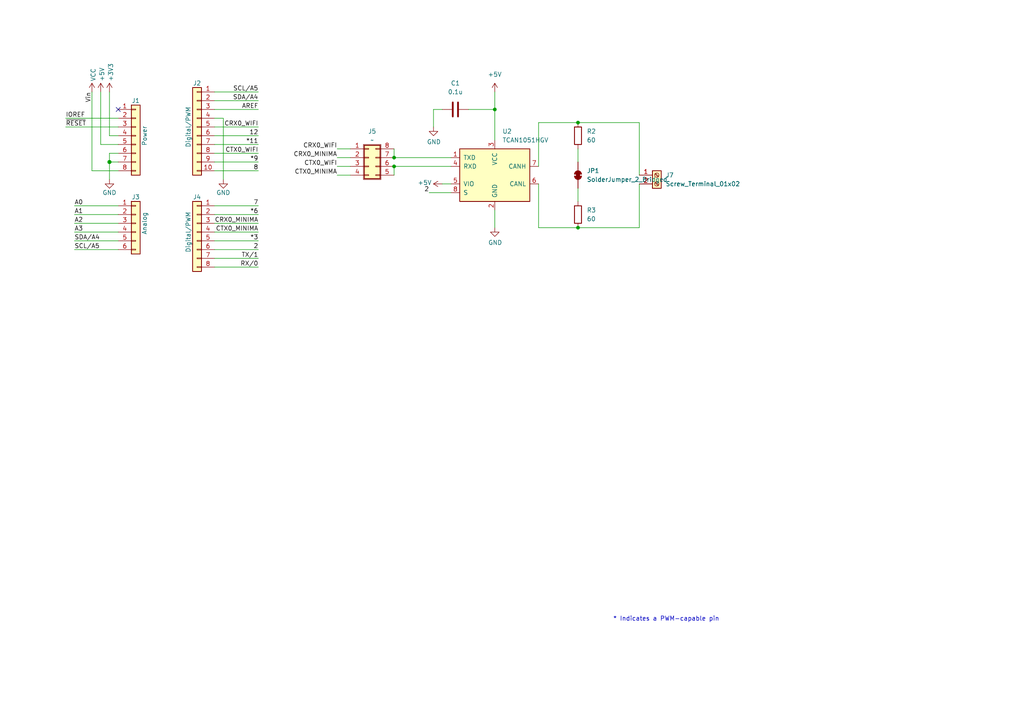
<source format=kicad_sch>
(kicad_sch (version 20231120) (generator "eeschema") (generator_version "8.0")
  (paper "A4")
  (title_block (date "mar. 31 mars 2015"))
  (lib_symbols
    (symbol "+5V_1" (power) (pin_numbers hide) (pin_names (offset 0) hide)
      (property "Value" "+5V" (at 0 3.556 0))
      (symbol "+5V_1_0_1"
        (polyline (pts (xy -0.762 1.27) (xy 0 2.54)))
        (polyline (pts (xy 0 0) (xy 0 2.54)))
        (polyline (pts (xy 0 2.54) (xy 0.762 1.27)))
      )
      (symbol "+5V_1_1_1"
        (pin power_in line (at 0 0 90) (length 0) (name "~") (number "1"))
      )
    )
    (symbol "CAN_Shield:TCAN1051HGV-Q1" (pin_names (offset 1.016))
      (property "Reference" "U2" (at 2.1941 12.7 0))
      (property "Value" "TCAN1051HGV" (at 2.1941 10.16 0))
      (symbol "TCAN1051HGV-Q1_0_1"
        (rectangle (start -10.16 7.62) (end 10.16 -7.62) (stroke (width 0.254)) (fill (type background)))
      )
      (symbol "TCAN1051HGV-Q1_1_1"
        (pin input line (at -12.7 5.08 0) (length 2.54) (name "TXD") (number "1"))
        (pin power_in line (at 0 -10.16 90) (length 2.54) (name "GND") (number "2"))
        (pin power_in line (at 0 10.16 270) (length 2.54) (name "VCC") (number "3"))
        (pin output line (at -12.7 2.54 0) (length 2.54) (name "RXD") (number "4"))
        (pin input line (at -12.7 -2.54 0) (length 2.54) (name "VIO") (number "5"))
        (pin bidirectional line (at 12.7 -2.54 180) (length 2.54) (name "CANL") (number "6"))
        (pin bidirectional line (at 12.7 2.54 180) (length 2.54) (name "CANH") (number "7"))
        (pin input line (at -12.7 -5.08 0) (length 2.54) (name "S") (number "8"))
      )
    )
    (symbol "Connector:Screw_Terminal_01x02" (pin_names (offset 1.016) hide)
      (property "Reference" "J" (at 0 2.54 0))
      (property "Value" "Screw_Terminal_01x02" (at 0 -5.08 0))
      (symbol "Screw_Terminal_01x02_1_1"
        (rectangle (start -1.27 1.27) (end 1.27 -3.81) (stroke (width 0.254)) (fill (type background)))
        (circle (center 0 -2.54) (radius 0.635) (stroke (width 0.1524)))
        (polyline (pts (xy -0.5334 -2.2098) (xy 0.3302 -3.048)) (stroke (width 0.1524)))
        (polyline (pts (xy -0.5334 0.3302) (xy 0.3302 -0.508)) (stroke (width 0.1524)))
        (polyline (pts (xy -0.3556 -2.032) (xy 0.508 -2.8702)) (stroke (width 0.1524)))
        (polyline (pts (xy -0.3556 0.508) (xy 0.508 -0.3302)) (stroke (width 0.1524)))
        (circle (center 0 0) (radius 0.635) (stroke (width 0.1524)))
        (pin passive line (at -5.08 0 0) (length 3.81) (name "Pin_1") (number "1"))
        (pin passive line (at -5.08 -2.54 0) (length 3.81) (name "Pin_2") (number "2"))
      )
    )
    (symbol "Connector_Generic:Conn_01x06" (pin_names (offset 1.016) hide)
      (property "Reference" "J" (at 0 7.62 0))
      (property "Value" "Conn_01x06" (at 0 -10.16 0))
      (symbol "Conn_01x06_1_1"
        (rectangle (start -1.27 -7.493) (end 0 -7.747) (stroke (width 0.1524)))
        (rectangle (start -1.27 -4.953) (end 0 -5.207) (stroke (width 0.1524)))
        (rectangle (start -1.27 -2.413) (end 0 -2.667) (stroke (width 0.1524)))
        (rectangle (start -1.27 0.127) (end 0 -0.127) (stroke (width 0.1524)))
        (rectangle (start -1.27 2.667) (end 0 2.413) (stroke (width 0.1524)))
        (rectangle (start -1.27 5.207) (end 0 4.953) (stroke (width 0.1524)))
        (rectangle (start -1.27 6.35) (end 1.27 -8.89) (stroke (width 0.254)) (fill (type background)))
        (pin passive line (at -5.08 5.08 0) (length 3.81) (name "Pin_1") (number "1"))
        (pin passive line (at -5.08 2.54 0) (length 3.81) (name "Pin_2") (number "2"))
        (pin passive line (at -5.08 0 0) (length 3.81) (name "Pin_3") (number "3"))
        (pin passive line (at -5.08 -2.54 0) (length 3.81) (name "Pin_4") (number "4"))
        (pin passive line (at -5.08 -5.08 0) (length 3.81) (name "Pin_5") (number "5"))
        (pin passive line (at -5.08 -7.62 0) (length 3.81) (name "Pin_6") (number "6"))
      )
    )
    (symbol "Connector_Generic:Conn_01x08" (pin_names (offset 1.016) hide)
      (property "Reference" "J" (at 0 10.16 0))
      (property "Value" "Conn_01x08" (at 0 -12.7 0))
      (symbol "Conn_01x08_1_1"
        (rectangle (start -1.27 -10.033) (end 0 -10.287) (stroke (width 0.1524)))
        (rectangle (start -1.27 -7.493) (end 0 -7.747) (stroke (width 0.1524)))
        (rectangle (start -1.27 -4.953) (end 0 -5.207) (stroke (width 0.1524)))
        (rectangle (start -1.27 -2.413) (end 0 -2.667) (stroke (width 0.1524)))
        (rectangle (start -1.27 0.127) (end 0 -0.127) (stroke (width 0.1524)))
        (rectangle (start -1.27 2.667) (end 0 2.413) (stroke (width 0.1524)))
        (rectangle (start -1.27 5.207) (end 0 4.953) (stroke (width 0.1524)))
        (rectangle (start -1.27 7.747) (end 0 7.493) (stroke (width 0.1524)))
        (rectangle (start -1.27 8.89) (end 1.27 -11.43) (stroke (width 0.254)) (fill (type background)))
        (pin passive line (at -5.08 7.62 0) (length 3.81) (name "Pin_1") (number "1"))
        (pin passive line (at -5.08 5.08 0) (length 3.81) (name "Pin_2") (number "2"))
        (pin passive line (at -5.08 2.54 0) (length 3.81) (name "Pin_3") (number "3"))
        (pin passive line (at -5.08 0 0) (length 3.81) (name "Pin_4") (number "4"))
        (pin passive line (at -5.08 -2.54 0) (length 3.81) (name "Pin_5") (number "5"))
        (pin passive line (at -5.08 -5.08 0) (length 3.81) (name "Pin_6") (number "6"))
        (pin passive line (at -5.08 -7.62 0) (length 3.81) (name "Pin_7") (number "7"))
        (pin passive line (at -5.08 -10.16 0) (length 3.81) (name "Pin_8") (number "8"))
      )
    )
    (symbol "Connector_Generic:Conn_01x10" (pin_names (offset 1.016) hide)
      (property "Reference" "J" (at 0 12.7 0))
      (property "Value" "Conn_01x10" (at 0 -15.24 0))
      (symbol "Conn_01x10_1_1"
        (rectangle (start -1.27 -12.573) (end 0 -12.827) (stroke (width 0.1524)))
        (rectangle (start -1.27 -10.033) (end 0 -10.287) (stroke (width 0.1524)))
        (rectangle (start -1.27 -7.493) (end 0 -7.747) (stroke (width 0.1524)))
        (rectangle (start -1.27 -4.953) (end 0 -5.207) (stroke (width 0.1524)))
        (rectangle (start -1.27 -2.413) (end 0 -2.667) (stroke (width 0.1524)))
        (rectangle (start -1.27 0.127) (end 0 -0.127) (stroke (width 0.1524)))
        (rectangle (start -1.27 2.667) (end 0 2.413) (stroke (width 0.1524)))
        (rectangle (start -1.27 5.207) (end 0 4.953) (stroke (width 0.1524)))
        (rectangle (start -1.27 7.747) (end 0 7.493) (stroke (width 0.1524)))
        (rectangle (start -1.27 10.287) (end 0 10.033) (stroke (width 0.1524)))
        (rectangle (start -1.27 11.43) (end 1.27 -13.97) (stroke (width 0.254)) (fill (type background)))
        (pin passive line (at -5.08 10.16 0) (length 3.81) (name "Pin_1") (number "1"))
        (pin passive line (at -5.08 -12.7 0) (length 3.81) (name "Pin_10") (number "10"))
        (pin passive line (at -5.08 7.62 0) (length 3.81) (name "Pin_2") (number "2"))
        (pin passive line (at -5.08 5.08 0) (length 3.81) (name "Pin_3") (number "3"))
        (pin passive line (at -5.08 2.54 0) (length 3.81) (name "Pin_4") (number "4"))
        (pin passive line (at -5.08 0 0) (length 3.81) (name "Pin_5") (number "5"))
        (pin passive line (at -5.08 -2.54 0) (length 3.81) (name "Pin_6") (number "6"))
        (pin passive line (at -5.08 -5.08 0) (length 3.81) (name "Pin_7") (number "7"))
        (pin passive line (at -5.08 -7.62 0) (length 3.81) (name "Pin_8") (number "8"))
        (pin passive line (at -5.08 -10.16 0) (length 3.81) (name "Pin_9") (number "9"))
      )
    )
    (symbol "Connector_Generic_Shielded:Conn_02x04_Counter_Clockwise_Shielded" (pin_names (offset 1.016) hide)
      (property "Reference" "J5" (at 1.27 7.62 0))
      (property "Value" "~" (at 1.27 5.08 0))
      (symbol "Conn_02x04_Counter_Clockwise_Shielded_1_1"
        (rectangle (start -1.27 3.81) (end 3.81 -6.35) (stroke (width 0.1524)))
        (rectangle (start -1.016 -4.953) (end 0.254 -5.207) (stroke (width 0.1524)))
        (rectangle (start -1.016 -2.413) (end 0.254 -2.667) (stroke (width 0.1524)))
        (rectangle (start -1.016 0.127) (end 0.254 -0.127) (stroke (width 0.1524)))
        (rectangle (start -1.016 2.667) (end 0.254 2.413) (stroke (width 0.1524)))
        (rectangle (start -1.016 3.556) (end 3.556 -6.096) (stroke (width 0.254)) (fill (type background)))
        (rectangle (start 3.556 -4.953) (end 2.286 -5.207) (stroke (width 0.1524)))
        (rectangle (start 3.556 -2.413) (end 2.286 -2.667) (stroke (width 0.1524)))
        (rectangle (start 3.556 0.127) (end 2.286 -0.127) (stroke (width 0.1524)))
        (rectangle (start 3.556 2.667) (end 2.286 2.413) (stroke (width 0.1524)))
        (pin passive line (at -5.08 2.54 0) (length 4.064) (name "Pin_1") (number "1"))
        (pin passive line (at -5.08 0 0) (length 4.064) (name "Pin_2") (number "2"))
        (pin passive line (at -5.08 -2.54 0) (length 4.064) (name "Pin_3") (number "3"))
        (pin passive line (at -5.08 -5.08 0) (length 4.064) (name "Pin_4") (number "4"))
        (pin passive line (at 7.62 -5.08 180) (length 4.064) (name "Pin_5") (number "5"))
        (pin passive line (at 7.62 -2.54 180) (length 4.064) (name "Pin_6") (number "6"))
        (pin passive line (at 7.62 0 180) (length 4.064) (name "Pin_7") (number "7"))
        (pin passive line (at 7.62 2.54 180) (length 4.064) (name "Pin_8") (number "8"))
      )
    )
    (symbol "Device:C" (pin_numbers hide) (pin_names (offset 0.254))
      (property "Reference" "C" (at 0.635 2.54 0))
      (property "Value" "C" (at 0.635 -2.54 0))
      (symbol "C_0_1"
        (polyline (pts (xy -2.032 -0.762) (xy 2.032 -0.762)) (stroke (width 0.508)))
        (polyline (pts (xy -2.032 0.762) (xy 2.032 0.762)) (stroke (width 0.508)))
      )
      (symbol "C_1_1"
        (pin passive line (at 0 3.81 270) (length 2.794) (name "~") (number "1"))
        (pin passive line (at 0 -3.81 90) (length 2.794) (name "~") (number "2"))
      )
    )
    (symbol "Device:R" (pin_numbers hide) (pin_names (offset 0))
      (property "Reference" "R" (at 2.032 0 90))
      (property "Value" "R" (at 0 0 90))
      (symbol "R_0_1"
        (rectangle (start -1.016 -2.54) (end 1.016 2.54) (stroke (width 0.254)))
      )
      (symbol "R_1_1"
        (pin passive line (at 0 3.81 270) (length 1.27) (name "~") (number "1"))
        (pin passive line (at 0 -3.81 90) (length 1.27) (name "~") (number "2"))
      )
    )
    (symbol "Jumper:SolderJumper_2_Bridged" (pin_numbers hide) (pin_names (offset 0) hide) (exclude_from_sim yes) (in_bom no)
      (property "Reference" "JP" (at 0 2.032 0))
      (property "Value" "SolderJumper_2_Bridged" (at 0 -2.54 0))
      (symbol "SolderJumper_2_Bridged_0_1"
        (rectangle (start -0.508 0.508) (end 0.508 -0.508) (fill (type outline)))
        (arc (start -0.254 1.016) (mid -1.2656 0) (end -0.254 -1.016))
        (arc (start -0.254 1.016) (mid -1.2656 0) (end -0.254 -1.016) (fill (type outline)))
        (polyline (pts (xy -0.254 1.016) (xy -0.254 -1.016)))
        (polyline (pts (xy 0.254 1.016) (xy 0.254 -1.016)))
        (arc (start 0.254 -1.016) (mid 1.2656 0) (end 0.254 1.016))
        (arc (start 0.254 -1.016) (mid 1.2656 0) (end 0.254 1.016) (fill (type outline)))
      )
      (symbol "SolderJumper_2_Bridged_1_1"
        (pin passive line (at -3.81 0 0) (length 2.54) (name "A") (number "1"))
        (pin passive line (at 3.81 0 180) (length 2.54) (name "B") (number "2"))
      )
    )
    (symbol "power:+3V3" (power) (pin_names (offset 0))
      (property "Value" "+3V3" (at 0 3.556 0))
      (symbol "+3V3_0_1"
        (polyline (pts (xy -0.762 1.27) (xy 0 2.54)))
        (polyline (pts (xy 0 0) (xy 0 2.54)))
        (polyline (pts (xy 0 2.54) (xy 0.762 1.27)))
      )
      (symbol "+3V3_1_1"
        (pin power_in line (at 0 0 90) (length 0) hide (name "+3V3") (number "1"))
      )
    )
    (symbol "power:+5V" (power) (pin_names (offset 0))
      (property "Value" "+5V" (at 0 3.556 0))
      (symbol "+5V_0_1"
        (polyline (pts (xy -0.762 1.27) (xy 0 2.54)))
        (polyline (pts (xy 0 0) (xy 0 2.54)))
        (polyline (pts (xy 0 2.54) (xy 0.762 1.27)))
      )
      (symbol "+5V_1_1"
        (pin power_in line (at 0 0 90) (length 0) hide (name "+5V") (number "1"))
      )
    )
    (symbol "power:GND" (power) (pin_names (offset 0))
      (property "Value" "GND" (at 0 -3.81 0))
      (symbol "GND_0_1"
        (polyline (pts (xy 0 0) (xy 0 -1.27) (xy 1.27 -1.27) (xy 0 -2.54) (xy -1.27 -1.27) (xy 0 -1.27)))
      )
      (symbol "GND_1_1"
        (pin power_in line (at 0 0 270) (length 0) hide (name "GND") (number "1"))
      )
    )
    (symbol "power:VCC" (power) (pin_names (offset 0))
      (property "Value" "VCC" (at 0 3.81 0))
      (symbol "VCC_0_1"
        (polyline (pts (xy -0.762 1.27) (xy 0 2.54)))
        (polyline (pts (xy 0 0) (xy 0 2.54)))
        (polyline (pts (xy 0 2.54) (xy 0.762 1.27)))
      )
      (symbol "VCC_1_1"
        (pin power_in line (at 0 0 90) (length 0) hide (name "VCC") (number "1"))
      )
    )
  )
  (junction (at 167.64 35.56))
  (junction (at 31.75 46.99) (diameter 1.016))
  (junction (at 114.3 45.72))
  (junction (at 167.64 66.04))
  (junction (at 114.3 48.26))
  (junction (at 143.51 31.75))
  (no_connect (at 34.29 31.75))
  (wire (pts (xy 62.23 77.47) (xy 74.93 77.47)))
  (wire (pts (xy 114.3 48.26) (xy 114.3 50.8)))
  (wire (pts (xy 62.23 44.45) (xy 74.93 44.45)))
  (wire (pts (xy 62.23 26.67) (xy 74.93 26.67)))
  (wire (pts (xy 143.51 31.75) (xy 135.89 31.75)))
  (wire (pts (xy 167.64 66.04) (xy 185.42 66.04)))
  (wire (pts (xy 143.51 40.64) (xy 143.51 31.75)))
  (wire (pts (xy 31.75 44.45) (xy 31.75 46.99)))
  (wire (pts (xy 21.59 72.39) (xy 34.29 72.39)))
  (wire (pts (xy 125.73 31.75) (xy 125.73 36.83)))
  (wire (pts (xy 31.75 46.99) (xy 31.75 52.07)))
  (wire (pts (xy 31.75 39.37) (xy 34.29 39.37)))
  (wire (pts (xy 29.21 41.91) (xy 34.29 41.91)))
  (wire (pts (xy 97.79 50.8) (xy 101.6 50.8)))
  (wire (pts (xy 128.27 53.34) (xy 130.81 53.34)))
  (wire (pts (xy 29.21 26.67) (xy 29.21 41.91)))
  (wire (pts (xy 114.3 45.72) (xy 130.81 45.72)))
  (wire (pts (xy 62.23 36.83) (xy 74.93 36.83)))
  (wire (pts (xy 31.75 26.67) (xy 31.75 39.37)))
  (wire (pts (xy 62.23 59.69) (xy 74.93 59.69)))
  (wire (pts (xy 34.29 59.69) (xy 21.59 59.69)))
  (wire (pts (xy 62.23 39.37) (xy 74.93 39.37)))
  (wire (pts (xy 62.23 62.23) (xy 74.93 62.23)))
  (wire (pts (xy 167.64 35.56) (xy 185.42 35.56)))
  (wire (pts (xy 97.79 43.18) (xy 101.6 43.18)))
  (wire (pts (xy 62.23 46.99) (xy 74.93 46.99)))
  (wire (pts (xy 185.42 66.04) (xy 185.42 53.34)))
  (wire (pts (xy 62.23 67.31) (xy 74.93 67.31)))
  (wire (pts (xy 19.05 34.29) (xy 34.29 34.29)))
  (wire (pts (xy 156.21 35.56) (xy 167.64 35.56)))
  (wire (pts (xy 167.64 54.61) (xy 167.64 58.42)))
  (wire (pts (xy 167.64 43.18) (xy 167.64 46.99)))
  (wire (pts (xy 97.79 45.72) (xy 101.6 45.72)))
  (wire (pts (xy 64.77 34.29) (xy 64.77 52.07)))
  (wire (pts (xy 62.23 31.75) (xy 74.93 31.75)))
  (wire (pts (xy 185.42 35.56) (xy 185.42 50.8)))
  (wire (pts (xy 34.29 64.77) (xy 21.59 64.77)))
  (wire (pts (xy 19.05 36.83) (xy 34.29 36.83)))
  (wire (pts (xy 34.29 46.99) (xy 31.75 46.99)))
  (wire (pts (xy 156.21 66.04) (xy 167.64 66.04)))
  (wire (pts (xy 34.29 49.53) (xy 26.67 49.53)))
  (wire (pts (xy 21.59 62.23) (xy 34.29 62.23)))
  (wire (pts (xy 143.51 26.67) (xy 143.51 31.75)))
  (wire (pts (xy 114.3 43.18) (xy 114.3 45.72)))
  (wire (pts (xy 97.79 48.26) (xy 101.6 48.26)))
  (wire (pts (xy 124.46 55.88) (xy 130.81 55.88)))
  (wire (pts (xy 62.23 34.29) (xy 64.77 34.29)))
  (wire (pts (xy 34.29 44.45) (xy 31.75 44.45)))
  (wire (pts (xy 156.21 53.34) (xy 156.21 66.04)))
  (wire (pts (xy 62.23 41.91) (xy 74.93 41.91)))
  (wire (pts (xy 62.23 64.77) (xy 74.93 64.77)))
  (wire (pts (xy 21.59 67.31) (xy 34.29 67.31)))
  (wire (pts (xy 114.3 48.26) (xy 130.81 48.26)))
  (wire (pts (xy 62.23 29.21) (xy 74.93 29.21)))
  (wire (pts (xy 62.23 72.39) (xy 74.93 72.39)))
  (wire (pts (xy 62.23 69.85) (xy 74.93 69.85)))
  (wire (pts (xy 128.27 31.75) (xy 125.73 31.75)))
  (wire (pts (xy 156.21 35.56) (xy 156.21 48.26)))
  (wire (pts (xy 62.23 74.93) (xy 74.93 74.93)))
  (wire (pts (xy 26.67 49.53) (xy 26.67 26.67)))
  (wire (pts (xy 34.29 69.85) (xy 21.59 69.85)))
  (wire (pts (xy 62.23 49.53) (xy 74.93 49.53)))
  (wire (pts (xy 143.51 60.96) (xy 143.51 66.04)))
  (text "* Indicates a PWM-capable pin" (at 177.8 180.34 0) (effects (font (size 1.27 1.27)) (justify left bottom)))
  (label "RX{slash}0" (at 74.93 77.47 180))
  (label "A2" (at 21.59 64.77 0))
  (label "CTX0_MINIMA" (at 74.93 67.31 180))
  (label "2" (at 74.93 72.39 180))
  (label "A3" (at 21.59 67.31 0))
  (label "CRX0_WIFI" (at 74.93 36.83 180))
  (label "CRX0_MINIMA" (at 97.79 45.72 180))
  (label "12" (at 74.93 39.37 180))
  (label "~{RESET}" (at 19.05 36.83 0))
  (label "CTX0_WIFI" (at 74.93 44.45 180))
  (label "7" (at 74.93 59.69 180))
  (label "SDA{slash}A4" (at 74.93 29.21 180))
  (label "8" (at 74.93 49.53 180))
  (label "CTX0_MINIMA" (at 97.79 50.8 180))
  (label "CTX0_WIFI" (at 97.79 48.26 180))
  (label "*11" (at 74.93 41.91 180))
  (label "*3" (at 74.93 69.85 180))
  (label "A1" (at 21.59 62.23 0))
  (label "TX{slash}1" (at 74.93 74.93 180))
  (label "A0" (at 21.59 59.69 0))
  (label "AREF" (at 74.93 31.75 180))
  (label "CRX0_WIFI" (at 97.79 43.18 180))
  (label "Vin" (at 26.67 26.67 270))
  (label "*6" (at 74.93 62.23 180))
  (label "SCL{slash}A5" (at 74.93 26.67 180))
  (label "*9" (at 74.93 46.99 180))
  (label "2" (at 124.46 55.88 180))
  (label "CRX0_MINIMA" (at 74.93 64.77 180))
  (label "IOREF" (at 19.05 34.29 0))
  (label "SDA{slash}A4" (at 21.59 69.85 0))
  (label "SCL{slash}A5" (at 21.59 72.39 0))
  (symbol (lib_id "Connector_Generic:Conn_01x08") (at 39.37 39.37 0) (unit 1)
    (property "Reference" "J1" (at 39.37 29.21 0))
    (property "Value" "Power" (at 41.91 39.37 90))
    (property "Footprint" "Connector_PinSocket_2.54mm:PinSocket_1x08_P2.54mm_Vertical" (effects (hide yes)))
  )
  (symbol (lib_id "power:+3V3") (at 31.75 26.67 0) (unit 1)
    (property "Reference" "#PWR03" (effects (hide yes)))
    (property "Value" "+3V3" (at 32.131 23.622 90) (effects (justify left)))
  )
  (symbol (lib_id "power:+5V") (at 29.21 26.67 0) (unit 1)
    (property "Reference" "#PWR02" (effects (hide yes)))
    (property "Value" "+5V" (at 29.5656 23.622 90) (effects (justify left)))
  )
  (symbol (lib_id "power:GND") (at 31.75 52.07 0) (unit 1)
    (property "Reference" "#PWR04" (effects (hide yes)))
    (property "Value" "GND" (at 31.75 55.88 0))
  )
  (symbol (lib_id "Connector_Generic:Conn_01x10") (at 57.15 36.83 0) (mirror y) (unit 1)
    (property "Reference" "J2" (at 57.15 24.13 0))
    (property "Value" "Digital/PWM" (at 54.61 36.83 90))
    (property "Footprint" "Connector_PinSocket_2.54mm:PinSocket_1x10_P2.54mm_Vertical" (effects (hide yes)))
  )
  (symbol (lib_id "power:GND") (at 64.77 52.07 0) (unit 1)
    (property "Reference" "#PWR05" (effects (hide yes)))
    (property "Value" "GND" (at 64.77 55.88 0))
  )
  (symbol (lib_id "Connector_Generic:Conn_01x06") (at 39.37 64.77 0) (unit 1)
    (property "Reference" "J3" (at 39.37 57.15 0))
    (property "Value" "Analog" (at 41.91 64.77 90))
    (property "Footprint" "Connector_PinSocket_2.54mm:PinSocket_1x06_P2.54mm_Vertical" (effects (hide yes)))
  )
  (symbol (lib_id "Connector_Generic:Conn_01x08") (at 57.15 67.31 0) (mirror y) (unit 1)
    (property "Reference" "J4" (at 57.15 57.15 0))
    (property "Value" "Digital/PWM" (at 54.61 67.31 90))
    (property "Footprint" "Connector_PinSocket_2.54mm:PinSocket_1x08_P2.54mm_Vertical" (effects (hide yes)))
  )
  (symbol (lib_id "power:+5V") (at 128.27 53.34 90) (unit 1)
    (property "Reference" "#PWR08" (effects (hide yes)))
    (property "Value" "+5V" (at 125.222 52.9844 90) (effects (justify left)))
  )
  (symbol (lib_id "Device:R") (at 167.64 62.23 0) (unit 1)
    (property "Reference" "R3" (at 170.18 60.9599 0) (effects (justify left)))
    (property "Value" "60" (at 170.18 63.4999 0) (effects (justify left)))
    (property "Description" "Resistor" (effects (hide yes)))
  )
  (symbol (lib_id "power:GND") (at 125.73 36.83 0) (unit 1)
    (property "Reference" "#PWR07" (effects (hide yes)))
    (property "Value" "GND" (at 125.8443 41.1544 0))
  )
  (symbol (lib_id "Device:C") (at 132.08 31.75 90) (unit 1)
    (property "Reference" "C1" (at 132.08 24.13 90))
    (property "Value" "0.1u" (at 132.08 26.67 90))
    (property "Description" "Unpolarized capacitor" (effects (hide yes)))
  )
  (symbol (lib_id "Connector_Generic_Shielded:Conn_02x04_Counter_Clockwise_Shielded") (at 106.68 45.72 0) (unit 1)
    (property "Reference" "J5" (at 107.95 38.1 0))
    (property "Value" "~" (at 107.95 40.64 0))
    (property "Description" "Generic shielded connector, double row, 02x04, counter clockwise pin numbering scheme (similar to DIP package numbering), script generated (kicad-library-utils/schlib/autogen/connector/)" (effects (hide yes)))
  )
  (symbol (lib_id "Jumper:SolderJumper_2_Bridged") (at 167.64 50.8 90) (unit 1) (exclude_from_sim yes) (in_bom no)
    (property "Reference" "JP1" (at 170.18 49.5299 90) (effects (justify right)))
    (property "Value" "SolderJumper_2_Bridged" (at 170.18 52.0699 90) (effects (justify right)))
    (property "Description" "Solder Jumper, 2-pole, closed/bridged" (effects (hide yes)))
  )
  (symbol (lib_id "CAN_Shield:TCAN1051HGV-Q1") (at 143.51 50.8 0) (unit 1)
    (property "Reference" "U2" (at 145.7041 38.1 0) (effects (justify left)))
    (property "Value" "TCAN1051HGV" (at 145.7041 40.64 0) (effects (justify left)))
    (property "Datasheet" "https://www.ti.com/lit/ds/symlink/tcan1051h.pdf?ts=1712173786258&ref_url=https%253A%252F%252Fwww.ti.com%252Fsitesearch%252Fen-us%252Fdocs%252Funiversalsearch.tsp%253FlangPref%253Den-US" (effects (hide yes)))
    (property "Description" "High-Speed CAN Transceiver, 3.3V supply" (effects (hide yes)))
  )
  (symbol (lib_id "power:VCC") (at 26.67 26.67 0) (unit 1)
    (property "Reference" "#PWR01" (effects (hide yes)))
    (property "Value" "VCC" (at 27.051 23.622 90) (effects (justify left)))
  )
  (symbol (lib_name "+5V_1") (lib_id "power:+5V") (at 143.51 26.67 0) (unit 1)
    (property "Reference" "#PWR010" (effects (hide yes)))
    (property "Value" "+5V" (at 143.51 21.59 0))
    (property "Description" "Power symbol creates a global label with name \"+5V\"" (effects (hide yes)))
  )
  (symbol (lib_id "power:GND") (at 143.51 66.04 0) (unit 1)
    (property "Reference" "#PWR09" (effects (hide yes)))
    (property "Value" "GND" (at 143.6243 70.3644 0))
  )
  (symbol (lib_id "Device:R") (at 167.64 39.37 0) (unit 1)
    (property "Reference" "R2" (at 170.18 38.0999 0) (effects (justify left)))
    (property "Value" "60" (at 170.18 40.6399 0) (effects (justify left)))
    (property "Description" "Resistor" (effects (hide yes)))
  )
  (symbol (lib_id "Connector:Screw_Terminal_01x02") (at 190.5 50.8 0) (unit 1)
    (property "Reference" "J7" (at 193.04 50.7999 0) (effects (justify left)))
    (property "Value" "Screw_Terminal_01x02" (at 193.04 53.3399 0) (effects (justify left)))
    (property "Description" "Generic screw terminal, single row, 01x02, script generated (kicad-library-utils/schlib/autogen/connector/)" (effects (hide yes)))
  )
)
</source>
